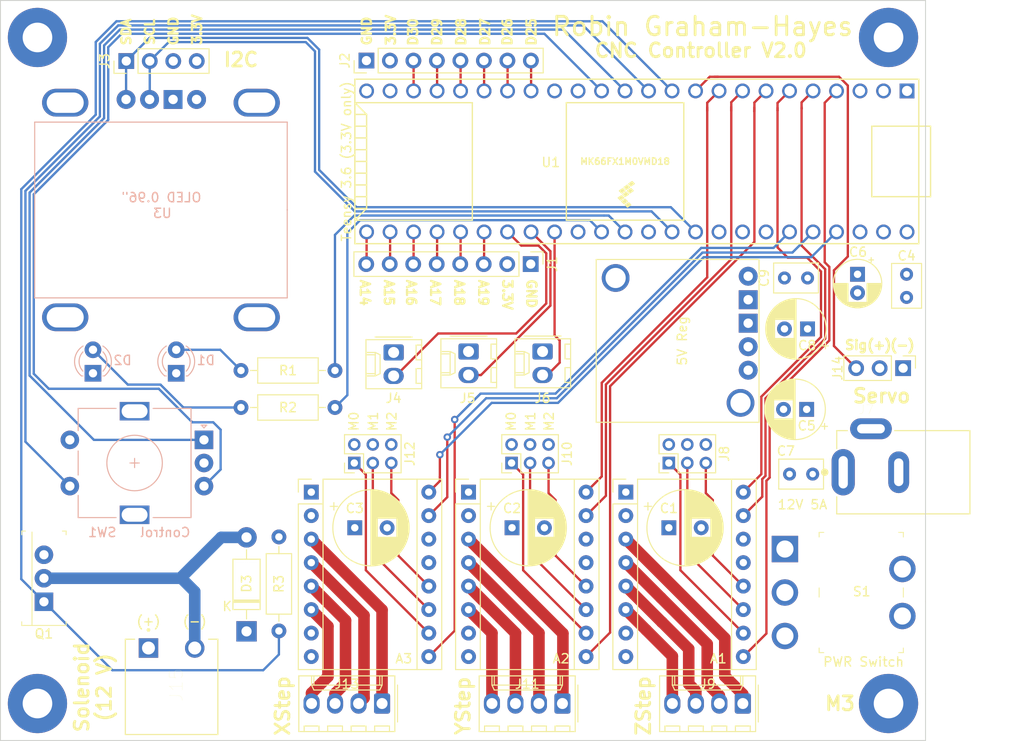
<source format=kicad_pcb>
(kicad_pcb (version 20171130) (host pcbnew "(5.1.6)-1")
  (layers (0 F.Cu signal) (1 In1.Cu signal hide) (2 In2.Cu signal hide) (31 B.Cu signal) (34 B.Paste user) (35 F.Paste user) (36 B.SilkS user) (37 F.SilkS user) (38 B.Mask user) (39 F.Mask user) (44 Edge.Cuts user))
  (net 0 "")
  (net 1 DIRECTION_1)
  (net 2 12_V)
  (net 3 STEP_1)
  (net 4 GND)
  (net 5 3.3_V)
  (net 6 "Net-(A1-Pad6)")
  (net 7 "Net-(A1-Pad5)")
  (net 8 "Net-(A1-Pad12)")
  (net 9 "Net-(A1-Pad4)")
  (net 10 "Net-(A1-Pad11)")
  (net 11 "Net-(A1-Pad3)")
  (net 12 "Net-(A1-Pad10)")
  (net 13 "Net-(A1-Pad2)")
  (net 14 ENABLE_1)
  (net 15 "Net-(A2-Pad6)")
  (net 16 "Net-(A2-Pad5)")
  (net 17 "Net-(A2-Pad12)")
  (net 18 "Net-(A2-Pad4)")
  (net 19 "Net-(A2-Pad11)")
  (net 20 "Net-(A2-Pad3)")
  (net 21 "Net-(A2-Pad10)")
  (net 22 "Net-(A2-Pad2)")
  (net 23 "Net-(A3-Pad6)")
  (net 24 "Net-(A3-Pad5)")
  (net 25 "Net-(A3-Pad12)")
  (net 26 "Net-(A3-Pad4)")
  (net 27 "Net-(A3-Pad11)")
  (net 28 "Net-(A3-Pad3)")
  (net 29 "Net-(A3-Pad10)")
  (net 30 "Net-(A3-Pad2)")
  (net 31 5_V)
  (net 32 "Net-(D1-Pad2)")
  (net 33 "Net-(D2-Pad2)")
  (net 34 "Net-(D3-Pad2)")
  (net 35 A14_TX5)
  (net 36 A15_RX5)
  (net 37 A16_PWM)
  (net 38 A17_PWM)
  (net 39 A18_PWM_SDL1)
  (net 40 A19_PWM_SDA1)
  (net 41 D25)
  (net 42 D27_RX1)
  (net 43 D28)
  (net 44 D29_PWM)
  (net 45 D30_PWM)
  (net 46 I2C_SCL)
  (net 47 I2C_SDA)
  (net 48 Limit_1)
  (net 49 Limit_2)
  (net 50 Limit_3)
  (net 51 Servo_PWM)
  (net 52 Solenoid)
  (net 53 Red_LED)
  (net 54 Green_LED)
  (net 55 "Net-(S1-Pad4)")
  (net 56 "Net-(S1-Pad3)")
  (net 57 Rot_A)
  (net 58 Rot_B)
  (net 59 Button)
  (net 60 "Net-(U1-Pad16)")
  (net 61 "Net-(U1-Pad15)")
  (net 62 "Net-(U1-Pad23)")
  (net 63 "Net-(U1-Pad24)")
  (net 64 DIRECTION_2)
  (net 65 STEP_2)
  (net 66 ENABLE_2)
  (net 67 "Net-(U1-Pad3)")
  (net 68 "Net-(U1-Pad2)")
  (net 69 "Net-(U1-Pad42)")
  (net 70 "Net-(U1-Pad45)")
  (net 71 "Net-(U1-Pad46)")
  (net 72 "Net-(U1-Pad47)")
  (net 73 ENABLE_3)
  (net 74 STEP_3)
  (net 75 DIRECTION_3)
  (net 76 "Net-(U2-Pad1)")
  (net 77 "Net-(J7-Pad3)")
  (net 78 D26_TX1)
  (net 79 "Net-(J7-Pad1)")
  (module CNC_Board:0.96_OLED (layer B.Cu) (at 108.5 96.5 180)
    (fp_text reference U3 (at 0 -0.5) (layer B.SilkS) (effects (justify mirror)))
    (fp_text value I2C_OLED_.96")
    (pad MP thru_hole oval (at 10.5 -11.75 180) (size 5 3) (drill oval 4 2.2) (layers *.Cu *.Mask))
    (pad MP thru_hole oval (at -10.2 -11.75 180) (size 5 3) (drill oval 4 2.2) (layers *.Cu *.Mask))
    (pad MP thru_hole oval (at 10.5 11.45 180) (size 5 3) (drill oval 4 2.2) (layers *.Cu *.Mask))
    (pad MP thru_hole oval (at -10.2 11.45 180) (size 5 3) (drill oval 4 2.2) (layers *.Cu *.Mask))
    (pad 4 thru_hole circle (at 3.92 11.8 180) (size 2.04 2.04) (drill 1.02) (layers *.Cu *.Mask) (net 47 I2C_SDA))
    (pad 3 thru_hole circle (at 1.38 11.8 180) (size 2.04 2.04) (drill 1.02) (layers *.Cu *.Mask) (net 46 I2C_SCL))
    (pad 2 thru_hole rect (at -1.16 11.8 180) (size 2.04 2.04) (drill 1.02) (layers *.Cu *.Mask) (net 4 GND))
    (pad 1 thru_hole circle (at -3.7 11.8 180) (size 2.04 2.04) (drill 1.02) (layers *.Cu *.Mask) (net 5 3.3_V))
  )
  (module CNC_Board:Teensy36_no_inside (layer F.Cu) (at 159.79 91.4 180)
    (fp_text reference U1 (at 9.3 -0.1) (layer F.SilkS))
    (fp_text value Teensy3.6)
    (fp_text user MK66FX1M0VMD18 (at 1.27 0) (layer F.SilkS) (effects (font (size 0.7 0.7))))
    (pad 17 thru_hole circle (at 11.43 7.62 180) (size 1.6 1.6) (drill 1.1) (layers *.Cu *.Mask) (net 41 D25))
    (pad 18 thru_hole circle (at 13.97 7.62 180) (size 1.6 1.6) (drill 1.1) (layers *.Cu *.Mask) (net 78 D26_TX1))
    (pad 19 thru_hole circle (at 16.51 7.62 180) (size 1.6 1.6) (drill 1.1) (layers *.Cu *.Mask) (net 42 D27_RX1))
    (pad 20 thru_hole circle (at 19.05 7.62 180) (size 1.6 1.6) (drill 1.1) (layers *.Cu *.Mask) (net 43 D28))
    (pad 16 thru_hole circle (at 8.89 7.62 180) (size 1.6 1.6) (drill 1.1) (layers *.Cu *.Mask) (net 60 "Net-(U1-Pad16)"))
    (pad 15 thru_hole circle (at 6.35 7.62 180) (size 1.6 1.6) (drill 1.1) (layers *.Cu *.Mask) (net 61 "Net-(U1-Pad15)"))
    (pad 14 thru_hole circle (at 3.81 7.62 180) (size 1.6 1.6) (drill 1.1) (layers *.Cu *.Mask) (net 58 Rot_B))
    (pad 21 thru_hole circle (at 21.59 7.62 180) (size 1.6 1.6) (drill 1.1) (layers *.Cu *.Mask) (net 44 D29_PWM))
    (pad 22 thru_hole circle (at 24.13 7.62 180) (size 1.6 1.6) (drill 1.1) (layers *.Cu *.Mask) (net 45 D30_PWM))
    (pad 23 thru_hole circle (at 26.67 7.62 180) (size 1.6 1.6) (drill 1.1) (layers *.Cu *.Mask) (net 62 "Net-(U1-Pad23)"))
    (pad 24 thru_hole circle (at 29.21 7.62 180) (size 1.6 1.6) (drill 1.1) (layers *.Cu *.Mask) (net 63 "Net-(U1-Pad24)"))
    (pad 30 thru_hole circle (at 29.21 -7.62 180) (size 1.6 1.6) (drill 1.1) (layers *.Cu *.Mask) (net 35 A14_TX5))
    (pad 31 thru_hole circle (at 26.67 -7.62 180) (size 1.6 1.6) (drill 1.1) (layers *.Cu *.Mask) (net 36 A15_RX5))
    (pad 32 thru_hole circle (at 24.13 -7.62 180) (size 1.6 1.6) (drill 1.1) (layers *.Cu *.Mask) (net 37 A16_PWM))
    (pad 33 thru_hole circle (at 21.59 -7.62 180) (size 1.6 1.6) (drill 1.1) (layers *.Cu *.Mask) (net 38 A17_PWM))
    (pad 34 thru_hole circle (at 19.05 -7.62 180) (size 1.6 1.6) (drill 1.1) (layers *.Cu *.Mask) (net 39 A18_PWM_SDL1))
    (pad 35 thru_hole circle (at 16.51 -7.62 180) (size 1.6 1.6) (drill 1.1) (layers *.Cu *.Mask) (net 40 A19_PWM_SDA1))
    (pad 36 thru_hole circle (at 13.97 -7.62 180) (size 1.6 1.6) (drill 1.1) (layers *.Cu *.Mask) (net 48 Limit_1))
    (pad 37 thru_hole circle (at 11.43 -7.62 180) (size 1.6 1.6) (drill 1.1) (layers *.Cu *.Mask) (net 49 Limit_2))
    (pad 13 thru_hole circle (at 1.27 7.62 180) (size 1.6 1.6) (drill 1.1) (layers *.Cu *.Mask) (net 57 Rot_A))
    (pad 12 thru_hole circle (at -1.27 7.62 180) (size 1.6 1.6) (drill 1.1) (layers *.Cu *.Mask) (net 59 Button))
    (pad 11 thru_hole circle (at -3.81 7.62 180) (size 1.6 1.6) (drill 1.1) (layers *.Cu *.Mask) (net 52 Solenoid))
    (pad 10 thru_hole circle (at -6.35 7.62 180) (size 1.6 1.6) (drill 1.1) (layers *.Cu *.Mask) (net 51 Servo_PWM))
    (pad 9 thru_hole circle (at -8.89 7.62 180) (size 1.6 1.6) (drill 1.1) (layers *.Cu *.Mask) (net 64 DIRECTION_2))
    (pad 8 thru_hole circle (at -11.43 7.62 180) (size 1.6 1.6) (drill 1.1) (layers *.Cu *.Mask) (net 65 STEP_2))
    (pad 7 thru_hole circle (at -13.97 7.62 180) (size 1.6 1.6) (drill 1.1) (layers *.Cu *.Mask) (net 66 ENABLE_2))
    (pad 6 thru_hole circle (at -16.51 7.62 180) (size 1.6 1.6) (drill 1.1) (layers *.Cu *.Mask) (net 1 DIRECTION_1))
    (pad 5 thru_hole circle (at -19.05 7.62 180) (size 1.6 1.6) (drill 1.1) (layers *.Cu *.Mask) (net 3 STEP_1))
    (pad 4 thru_hole circle (at -21.59 7.62 180) (size 1.6 1.6) (drill 1.1) (layers *.Cu *.Mask) (net 14 ENABLE_1))
    (pad 3 thru_hole circle (at -24.13 7.62 180) (size 1.6 1.6) (drill 1.1) (layers *.Cu *.Mask) (net 67 "Net-(U1-Pad3)"))
    (pad 2 thru_hole circle (at -26.67 7.62 180) (size 1.6 1.6) (drill 1.1) (layers *.Cu *.Mask) (net 68 "Net-(U1-Pad2)"))
    (pad 1 thru_hole rect (at -29.21 7.62 180) (size 1.6 1.6) (drill 1.1) (layers *.Cu *.Mask) (net 4 GND))
    (pad 38 thru_hole circle (at 8.89 -7.62 180) (size 1.6 1.6) (drill 1.1) (layers *.Cu *.Mask) (net 50 Limit_3))
    (pad 39 thru_hole circle (at 6.35 -7.62 180) (size 1.6 1.6) (drill 1.1) (layers *.Cu *.Mask) (net 4 GND))
    (pad 40 thru_hole circle (at 3.81 -7.62 180) (size 1.6 1.6) (drill 1.1) (layers *.Cu *.Mask) (net 54 Green_LED))
    (pad 41 thru_hole circle (at 1.27 -7.62 180) (size 1.6 1.6) (drill 1.1) (layers *.Cu *.Mask) (net 53 Red_LED))
    (pad 42 thru_hole circle (at -1.27 -7.62 180) (size 1.6 1.6) (drill 1.1) (layers *.Cu *.Mask) (net 69 "Net-(U1-Pad42)"))
    (pad 43 thru_hole circle (at -3.81 -7.62 180) (size 1.6 1.6) (drill 1.1) (layers *.Cu *.Mask) (net 46 I2C_SCL))
    (pad 44 thru_hole circle (at -6.35 -7.62 180) (size 1.6 1.6) (drill 1.1) (layers *.Cu *.Mask) (net 47 I2C_SDA))
    (pad 45 thru_hole circle (at -8.89 -7.62 180) (size 1.6 1.6) (drill 1.1) (layers *.Cu *.Mask) (net 70 "Net-(U1-Pad45)"))
    (pad 46 thru_hole circle (at -11.43 -7.62 180) (size 1.6 1.6) (drill 1.1) (layers *.Cu *.Mask) (net 71 "Net-(U1-Pad46)"))
    (pad 47 thru_hole circle (at -13.97 -7.62 180) (size 1.6 1.6) (drill 1.1) (layers *.Cu *.Mask) (net 72 "Net-(U1-Pad47)"))
    (pad 48 thru_hole circle (at -16.51 -7.62 180) (size 1.6 1.6) (drill 1.1) (layers *.Cu *.Mask) (net 73 ENABLE_3))
    (pad 49 thru_hole circle (at -19.05 -7.62 180) (size 1.6 1.6) (drill 1.1) (layers *.Cu *.Mask) (net 74 STEP_3))
    (pad 50 thru_hole circle (at -21.59 -7.62 180) (size 1.6 1.6) (drill 1.1) (layers *.Cu *.Mask) (net 75 DIRECTION_3))
    (pad 51 thru_hole circle (at -24.13 -7.62 180) (size 1.6 1.6) (drill 1.1) (layers *.Cu *.Mask) (net 5 3.3_V))
    (pad 52 thru_hole circle (at -26.67 -7.62 180) (size 1.6 1.6) (drill 1.1) (layers *.Cu *.Mask) (net 4 GND))
    (pad 53 thru_hole circle (at -29.21 -7.62 180) (size 1.6 1.6) (drill 1.1) (layers *.Cu *.Mask) (net 31 5_V))
  )
  (module CNC_Board:Pololu_5V_D24V25F5 (layer F.Cu) (at 164.2 110.8 90)
    (fp_text reference "5V Reg" (at 0 0.5 270) (layer F.SilkS))
    (fp_text value 5V_Buck_Conv)
    (pad M thru_hole circle (at -6.7 6.8 90) (size 3 3) (drill 2.18) (layers *.Cu *.Mask))
    (pad M thru_hole circle (at 6.8 -6.7 90) (size 3 3) (drill 2.18) (layers *.Cu *.Mask))
    (pad 5 thru_hole circle (at 6.99 7.63 90) (size 2.04 2.04) (drill 1.02) (layers *.Cu *.Mask) (net 31 5_V))
    (pad 4 thru_hole rect (at 4.45 7.63 90) (size 2.04 2.04) (drill 1.02) (layers *.Cu *.Mask) (net 4 GND))
    (pad 3 thru_hole rect (at 1.91 7.63 90) (size 2.04 2.04) (drill 1.02) (layers *.Cu *.Mask) (net 4 GND))
    (pad 2 thru_hole circle (at -0.63 7.63 90) (size 2.04 2.04) (drill 1.02) (layers *.Cu *.Mask) (net 2 12_V))
    (pad 1 thru_hole circle (at -3.17 7.63 90) (size 2.04 2.04) (drill 1.02) (layers *.Cu *.Mask) (net 76 "Net-(U2-Pad1)"))
  )
  (module MountingHole:MountingHole_3.2mm_M3_Pad (layer F.Cu) (at 95 78 180)
    (fp_text reference REF**)
    (fp_text value M3_Pad)
    (pad 1 thru_hole circle (at 0 0 180) (size 6.4 6.4) (drill 3.2) (layers *.Cu *.Mask))
  )
  (module MountingHole:MountingHole_3.2mm_M3_Pad (layer F.Cu) (at 95 150 180)
    (fp_text reference REF**)
    (fp_text value M3_Pad)
    (pad 1 thru_hole circle (at 0 0 180) (size 6.4 6.4) (drill 3.2) (layers *.Cu *.Mask))
  )
  (module MountingHole:MountingHole_3.2mm_M3_Pad (layer F.Cu) (at 187 78 180)
    (fp_text reference REF**)
    (fp_text value M3_Pad)
    (pad 1 thru_hole circle (at 0 0 180) (size 6.4 6.4) (drill 3.2) (layers *.Cu *.Mask))
  )
  (module MountingHole:MountingHole_3.2mm_M3_Pad (layer F.Cu) (at 187 150 180)
    (fp_text reference REF**)
    (fp_text value M3_Pad)
    (pad 1 thru_hole circle (at 0 0 180) (size 6.4 6.4) (drill 3.2) (layers *.Cu *.Mask))
  )
  (module Capacitor_THT:CP_Radial_D8.0mm_P3.50mm (layer F.Cu) (at 129.3 131)
    (fp_text reference C3 (at 0 -2.1) (layer F.SilkS))
    (fp_text value "100 uF")
    (pad 2 thru_hole circle (at 3.5 0) (size 1.6 1.6) (drill 0.8) (layers *.Cu *.Mask) (net 4 GND))
    (pad 1 thru_hole rect (at 0 0) (size 1.6 1.6) (drill 0.8) (layers *.Cu *.Mask) (net 2 12_V))
  )
  (module Capacitor_THT:CP_Radial_D8.0mm_P3.50mm (layer F.Cu) (at 146.3 131)
    (fp_text reference C2 (at 0 -2.1) (layer F.SilkS))
    (fp_text value "100 uF")
    (pad 2 thru_hole circle (at 3.5 0) (size 1.6 1.6) (drill 0.8) (layers *.Cu *.Mask) (net 4 GND))
    (pad 1 thru_hole rect (at 0 0) (size 1.6 1.6) (drill 0.8) (layers *.Cu *.Mask) (net 2 12_V))
  )
  (module Capacitor_THT:CP_Radial_D8.0mm_P3.50mm (layer F.Cu) (at 163.25 131)
    (fp_text reference C1 (at 0 -2.1) (layer F.SilkS))
    (fp_text value "100 uF")
    (pad 2 thru_hole circle (at 3.5 0) (size 1.6 1.6) (drill 0.8) (layers *.Cu *.Mask) (net 4 GND))
    (pad 1 thru_hole rect (at 0 0) (size 1.6 1.6) (drill 0.8) (layers *.Cu *.Mask) (net 2 12_V))
  )
  (module Rotary_Encoder:RotaryEncoder_Alps_EC11E-Switch_Vertical_H20mm (layer B.Cu) (at 113 121.5 180)
    (fp_text reference SW1 (at 11 -10) (layer B.SilkS) (effects (justify mirror)))
    (fp_text value Rotary_Encoder_Switch)
    (pad A thru_hole rect (at 0 0 180) (size 2 2) (drill 1) (layers *.Cu *.Mask) (net 57 Rot_A))
    (pad C thru_hole circle (at 0 -2.5 180) (size 2 2) (drill 1) (layers *.Cu *.Mask) (net 4 GND))
    (pad B thru_hole circle (at 0 -5 180) (size 2 2) (drill 1) (layers *.Cu *.Mask) (net 58 Rot_B))
    (pad MP thru_hole rect (at 7.5 3.1 180) (size 3.2 2) (drill oval 2.8 1.5) (layers *.Cu *.Mask))
    (pad MP thru_hole rect (at 7.5 -8.1 180) (size 3.2 2) (drill oval 2.8 1.5) (layers *.Cu *.Mask))
    (pad S2 thru_hole circle (at 14.5 0 180) (size 2 2) (drill 1) (layers *.Cu *.Mask) (net 4 GND))
    (pad S1 thru_hole circle (at 14.5 -5 180) (size 2 2) (drill 1) (layers *.Cu *.Mask) (net 59 Button))
  )
  (module digikey-footprints:Toggle_Switch_100SP1T2B4M6QE (layer F.Cu) (at 175.8 133.3 270)
    (fp_text reference S1 (at 4.6 -8.3) (layer F.SilkS))
    (fp_text value Power_Switch)
    (pad 4 thru_hole circle (at 7.24 -12.7 270) (size 2.85 2.85) (drill 1.85) (layers *.Cu *.Mask) (net 55 "Net-(S1-Pad4)"))
    (pad 4 thru_hole circle (at 2.16 -12.7 270) (size 2.85 2.85) (drill 1.85) (layers *.Cu *.Mask) (net 55 "Net-(S1-Pad4)"))
    (pad 3 thru_hole circle (at 9.4 0 270) (size 2.85 2.85) (drill 1.85) (layers *.Cu *.Mask) (net 56 "Net-(S1-Pad3)"))
    (pad 2 thru_hole circle (at 4.7 0 270) (size 2.85 2.85) (drill 1.85) (layers *.Cu *.Mask) (net 79 "Net-(J7-Pad1)"))
    (pad 1 thru_hole rect (at 0 0 270) (size 2.85 2.85) (drill 1.85) (layers *.Cu *.Mask) (net 2 12_V))
  )
  (module Resistor_THT:R_Axial_DIN0207_L6.3mm_D2.5mm_P10.16mm_Horizontal (layer F.Cu) (at 121.1 142.15 90)
    (fp_text reference R3 (at 5.08 0 90) (layer F.SilkS))
    (fp_text value 10K)
    (pad 2 thru_hole oval (at 10.16 0 90) (size 1.6 1.6) (drill 0.8) (layers *.Cu *.Mask) (net 4 GND))
    (pad 1 thru_hole circle (at 0 0 90) (size 1.6 1.6) (drill 0.8) (layers *.Cu *.Mask) (net 52 Solenoid))
  )
  (module Resistor_THT:R_Axial_DIN0207_L6.3mm_D2.5mm_P10.16mm_Horizontal (layer F.Cu) (at 117 118)
    (fp_text reference R2 (at 5.08 0) (layer F.SilkS))
    (fp_text value 100)
    (pad 2 thru_hole oval (at 10.16 0) (size 1.6 1.6) (drill 0.8) (layers *.Cu *.Mask) (net 54 Green_LED))
    (pad 1 thru_hole circle (at 0 0) (size 1.6 1.6) (drill 0.8) (layers *.Cu *.Mask) (net 33 "Net-(D2-Pad2)"))
  )
  (module Resistor_THT:R_Axial_DIN0207_L6.3mm_D2.5mm_P10.16mm_Horizontal (layer F.Cu) (at 117 114)
    (fp_text reference R1 (at 5.08 0 180) (layer F.SilkS))
    (fp_text value 100)
    (pad 2 thru_hole oval (at 10.16 0) (size 1.6 1.6) (drill 0.8) (layers *.Cu *.Mask) (net 53 Red_LED))
    (pad 1 thru_hole circle (at 0 0) (size 1.6 1.6) (drill 0.8) (layers *.Cu *.Mask) (net 32 "Net-(D1-Pad2)"))
  )
  (module digikey-footprints:TO-220-3 (layer F.Cu) (at 95.7 139 90)
    (fp_text reference Q1 (at -3.46 0 180) (layer F.SilkS))
    (fp_text value IRLB8721PBF)
    (pad 3 thru_hole circle (at 5.08 0 90) (size 2 2) (drill 1) (layers *.Cu *.Mask) (net 4 GND))
    (pad 2 thru_hole circle (at 2.54 0 90) (size 2 2) (drill 1) (layers *.Cu *.Mask) (net 34 "Net-(D3-Pad2)"))
    (pad 1 thru_hole rect (at 0 0 90) (size 2 2) (drill 1) (layers *.Cu *.Mask) (net 52 Solenoid))
  )
  (module Connector_PinHeader_2.54mm:PinHeader_1x03_P2.54mm_Vertical (layer F.Cu) (at 188.58 113.75 270)
    (fp_text reference J14 (at 0 7.08 90) (layer F.SilkS))
    (fp_text value Servo_Conn)
    (pad 3 thru_hole oval (at 0 5.08 270) (size 1.7 1.7) (drill 1) (layers *.Cu *.Mask) (net 51 Servo_PWM))
    (pad 2 thru_hole oval (at 0 2.54 270) (size 1.7 1.7) (drill 1) (layers *.Cu *.Mask) (net 31 5_V))
    (pad 1 thru_hole rect (at 0 0 270) (size 1.7 1.7) (drill 1) (layers *.Cu *.Mask) (net 4 GND))
  )
  (module Connector_Molex:Molex_KK-254_AE-6410-04A_1x04_P2.54mm_Vertical (layer F.Cu) (at 132.25 150 180)
    (fp_text reference J13 (at 3.8 2.1) (layer F.SilkS))
    (fp_text value Stepper_Conn)
    (pad 4 thru_hole oval (at 7.62 0 180) (size 1.74 2.19) (drill 1.19) (layers *.Cu *.Mask) (net 23 "Net-(A3-Pad6)"))
    (pad 3 thru_hole oval (at 5.08 0 180) (size 1.74 2.19) (drill 1.19) (layers *.Cu *.Mask) (net 24 "Net-(A3-Pad5)"))
    (pad 2 thru_hole oval (at 2.54 0 180) (size 1.74 2.19) (drill 1.19) (layers *.Cu *.Mask) (net 26 "Net-(A3-Pad4)"))
    (pad 1 thru_hole roundrect (at 0 0 180) (size 1.74 2.19) (drill 1.19) (layers *.Cu *.Mask) (roundrect_rratio 0.143678) (net 28 "Net-(A3-Pad3)"))
  )
  (module digikey-footprints:Terminal_CUI_TB003V-500-P02BE (layer F.Cu) (at 107 144)
    (fp_text reference J15 (at 3 4 270) (layer F.SilkS) (effects (font (size 1.4 1.4) (thickness 0.015))))
    (fp_text value Solenoid)
    (pad 2 thru_hole circle (at 5 0) (size 2.1 2.1) (drill 1.4) (layers *.Cu *.Mask) (net 34 "Net-(D3-Pad2)"))
    (pad 1 thru_hole rect (at 0 0) (size 2.1 2.1) (drill 1.4) (layers *.Cu *.Mask) (net 2 12_V))
  )
  (module Connector_PinHeader_2.00mm:PinHeader_2x03_P2.00mm_Vertical (layer F.Cu) (at 129.25 124 90)
    (fp_text reference J12 (at 1 6 90) (layer F.SilkS))
    (fp_text value Micro_Stepping)
    (pad 6 thru_hole oval (at 2 4 90) (size 1.35 1.35) (drill 0.8) (layers *.Cu *.Mask) (net 5 3.3_V))
    (pad 5 thru_hole oval (at 0 4 90) (size 1.35 1.35) (drill 0.8) (layers *.Cu *.Mask) (net 25 "Net-(A3-Pad12)"))
    (pad 4 thru_hole oval (at 2 2 90) (size 1.35 1.35) (drill 0.8) (layers *.Cu *.Mask) (net 5 3.3_V))
    (pad 3 thru_hole oval (at 0 2 90) (size 1.35 1.35) (drill 0.8) (layers *.Cu *.Mask) (net 27 "Net-(A3-Pad11)"))
    (pad 2 thru_hole oval (at 2 0 90) (size 1.35 1.35) (drill 0.8) (layers *.Cu *.Mask) (net 5 3.3_V))
    (pad 1 thru_hole rect (at 0 0 90) (size 1.35 1.35) (drill 0.8) (layers *.Cu *.Mask) (net 29 "Net-(A3-Pad10)"))
  )
  (module Connector_Molex:Molex_KK-254_AE-6410-04A_1x04_P2.54mm_Vertical (layer F.Cu) (at 151.75 150 180)
    (fp_text reference J11 (at 3.8 2.1) (layer F.SilkS))
    (fp_text value Stepper_Conn)
    (pad 4 thru_hole oval (at 7.62 0 180) (size 1.74 2.19) (drill 1.19) (layers *.Cu *.Mask) (net 15 "Net-(A2-Pad6)"))
    (pad 3 thru_hole oval (at 5.08 0 180) (size 1.74 2.19) (drill 1.19) (layers *.Cu *.Mask) (net 16 "Net-(A2-Pad5)"))
    (pad 2 thru_hole oval (at 2.54 0 180) (size 1.74 2.19) (drill 1.19) (layers *.Cu *.Mask) (net 18 "Net-(A2-Pad4)"))
    (pad 1 thru_hole roundrect (at 0 0 180) (size 1.74 2.19) (drill 1.19) (layers *.Cu *.Mask) (roundrect_rratio 0.143678) (net 20 "Net-(A2-Pad3)"))
  )
  (module Connector_PinHeader_2.00mm:PinHeader_2x03_P2.00mm_Vertical (layer F.Cu) (at 146.25 124 90)
    (fp_text reference J10 (at 1 6 90) (layer F.SilkS))
    (fp_text value Micro_Stepping)
    (pad 6 thru_hole oval (at 2 4 90) (size 1.35 1.35) (drill 0.8) (layers *.Cu *.Mask) (net 5 3.3_V))
    (pad 5 thru_hole oval (at 0 4 90) (size 1.35 1.35) (drill 0.8) (layers *.Cu *.Mask) (net 17 "Net-(A2-Pad12)"))
    (pad 4 thru_hole oval (at 2 2 90) (size 1.35 1.35) (drill 0.8) (layers *.Cu *.Mask) (net 5 3.3_V))
    (pad 3 thru_hole oval (at 0 2 90) (size 1.35 1.35) (drill 0.8) (layers *.Cu *.Mask) (net 19 "Net-(A2-Pad11)"))
    (pad 2 thru_hole oval (at 2 0 90) (size 1.35 1.35) (drill 0.8) (layers *.Cu *.Mask) (net 5 3.3_V))
    (pad 1 thru_hole rect (at 0 0 90) (size 1.35 1.35) (drill 0.8) (layers *.Cu *.Mask) (net 21 "Net-(A2-Pad10)"))
  )
  (module Connector_Molex:Molex_KK-254_AE-6410-04A_1x04_P2.54mm_Vertical (layer F.Cu) (at 171.25 150 180)
    (fp_text reference J9 (at 3.8 2.1) (layer F.SilkS))
    (fp_text value Stepper_Conn)
    (pad 4 thru_hole oval (at 7.62 0 180) (size 1.74 2.19) (drill 1.19) (layers *.Cu *.Mask) (net 6 "Net-(A1-Pad6)"))
    (pad 3 thru_hole oval (at 5.08 0 180) (size 1.74 2.19) (drill 1.19) (layers *.Cu *.Mask) (net 7 "Net-(A1-Pad5)"))
    (pad 2 thru_hole oval (at 2.54 0 180) (size 1.74 2.19) (drill 1.19) (layers *.Cu *.Mask) (net 9 "Net-(A1-Pad4)"))
    (pad 1 thru_hole roundrect (at 0 0 180) (size 1.74 2.19) (drill 1.19) (layers *.Cu *.Mask) (roundrect_rratio 0.143678) (net 11 "Net-(A1-Pad3)"))
  )
  (module Connector_PinHeader_2.00mm:PinHeader_2x03_P2.00mm_Vertical (layer F.Cu) (at 163.25 124 90)
    (fp_text reference J8 (at 1 6 90) (layer F.SilkS))
    (fp_text value Micro_Stepping)
    (pad 6 thru_hole oval (at 2 4 90) (size 1.35 1.35) (drill 0.8) (layers *.Cu *.Mask) (net 5 3.3_V))
    (pad 5 thru_hole oval (at 0 4 90) (size 1.35 1.35) (drill 0.8) (layers *.Cu *.Mask) (net 8 "Net-(A1-Pad12)"))
    (pad 4 thru_hole oval (at 2 2 90) (size 1.35 1.35) (drill 0.8) (layers *.Cu *.Mask) (net 5 3.3_V))
    (pad 3 thru_hole oval (at 0 2 90) (size 1.35 1.35) (drill 0.8) (layers *.Cu *.Mask) (net 10 "Net-(A1-Pad11)"))
    (pad 2 thru_hole oval (at 2 0 90) (size 1.35 1.35) (drill 0.8) (layers *.Cu *.Mask) (net 5 3.3_V))
    (pad 1 thru_hole rect (at 0 0 90) (size 1.35 1.35) (drill 0.8) (layers *.Cu *.Mask) (net 12 "Net-(A1-Pad10)"))
  )
  (module digikey-footprints:Barrel_Jack_CUI_PJ-002AH (layer F.Cu) (at 182.1 125)
    (fp_text reference J7 (at 2.485118 -6.76532) (layer F.SilkS) (effects (font (size 1.000047 1.000047) (thickness 0.015))))
    (fp_text value Barrel_Jack_Switch)
    (pad 3 thru_hole oval (at 3 -4.7) (size 4.5 2.25) (drill oval 3 1) (layers *.Cu *.Mask) (net 77 "Net-(J7-Pad3)"))
    (pad 2 thru_hole oval (at 6 0) (size 2.25 4.5) (drill oval 1 3) (layers *.Cu *.Mask) (net 4 GND))
    (pad 1 thru_hole oval (at 0 0) (size 2.5 5) (drill oval 1 3.5) (layers *.Cu *.Mask) (net 79 "Net-(J7-Pad1)"))
  )
  (module Connector_Molex:Molex_KK-254_AE-6410-02A_1x02_P2.54mm_Vertical (layer F.Cu) (at 149.6 111.95 270)
    (fp_text reference J6 (at 5.05 0 180) (layer F.SilkS))
    (fp_text value Limit_Switch_Conn)
    (pad 2 thru_hole oval (at 2.54 0 270) (size 1.74 2.19) (drill 1.19) (layers *.Cu *.Mask) (net 50 Limit_3))
    (pad 1 thru_hole roundrect (at 0 0 270) (size 1.74 2.19) (drill 1.19) (layers *.Cu *.Mask) (roundrect_rratio 0.143678) (net 4 GND))
  )
  (module Connector_Molex:Molex_KK-254_AE-6410-02A_1x02_P2.54mm_Vertical (layer F.Cu) (at 141.6 111.95 270)
    (fp_text reference J5 (at 5.05 0.1 180) (layer F.SilkS))
    (fp_text value Limit_Switch_Conn)
    (pad 2 thru_hole oval (at 2.54 0 270) (size 1.74 2.19) (drill 1.19) (layers *.Cu *.Mask) (net 49 Limit_2))
    (pad 1 thru_hole roundrect (at 0 0 270) (size 1.74 2.19) (drill 1.19) (layers *.Cu *.Mask) (roundrect_rratio 0.143678) (net 4 GND))
  )
  (module Connector_Molex:Molex_KK-254_AE-6410-02A_1x02_P2.54mm_Vertical (layer F.Cu) (at 133.5 112.05 270)
    (fp_text reference J4 (at 4.95 0 180) (layer F.SilkS))
    (fp_text value Limit_Switch_Conn)
    (pad 2 thru_hole oval (at 2.54 0 270) (size 1.74 2.19) (drill 1.19) (layers *.Cu *.Mask) (net 48 Limit_1))
    (pad 1 thru_hole roundrect (at 0 0 270) (size 1.74 2.19) (drill 1.19) (layers *.Cu *.Mask) (roundrect_rratio 0.143678) (net 4 GND))
  )
  (module Connector_PinHeader_2.54mm:PinHeader_1x04_P2.54mm_Vertical (layer F.Cu) (at 104.6 80.55 90)
    (fp_text reference J3 (at 0 -2.33 90) (layer F.SilkS))
    (fp_text value I2C_Conn)
    (pad 4 thru_hole oval (at 0 7.62 90) (size 1.7 1.7) (drill 1) (layers *.Cu *.Mask) (net 5 3.3_V))
    (pad 3 thru_hole oval (at 0 5.08 90) (size 1.7 1.7) (drill 1) (layers *.Cu *.Mask) (net 4 GND))
    (pad 2 thru_hole oval (at 0 2.54 90) (size 1.7 1.7) (drill 1) (layers *.Cu *.Mask) (net 46 I2C_SCL))
    (pad 1 thru_hole rect (at 0 0 90) (size 1.7 1.7) (drill 1) (layers *.Cu *.Mask) (net 47 I2C_SDA))
  )
  (module Connector_PinHeader_2.54mm:PinHeader_1x08_P2.54mm_Vertical (layer F.Cu) (at 130.56 80.5 90)
    (fp_text reference J2 (at 0 -2.33 270) (layer F.SilkS))
    (fp_text value Digital_Conn)
    (pad 8 thru_hole oval (at 0 17.78 90) (size 1.7 1.7) (drill 1) (layers *.Cu *.Mask) (net 41 D25))
    (pad 7 thru_hole oval (at 0 15.24 90) (size 1.7 1.7) (drill 1) (layers *.Cu *.Mask) (net 78 D26_TX1))
    (pad 6 thru_hole oval (at 0 12.7 90) (size 1.7 1.7) (drill 1) (layers *.Cu *.Mask) (net 42 D27_RX1))
    (pad 5 thru_hole oval (at 0 10.16 90) (size 1.7 1.7) (drill 1) (layers *.Cu *.Mask) (net 43 D28))
    (pad 4 thru_hole oval (at 0 7.62 90) (size 1.7 1.7) (drill 1) (layers *.Cu *.Mask) (net 44 D29_PWM))
    (pad 3 thru_hole oval (at 0 5.08 90) (size 1.7 1.7) (drill 1) (layers *.Cu *.Mask) (net 45 D30_PWM))
    (pad 2 thru_hole oval (at 0 2.54 90) (size 1.7 1.7) (drill 1) (layers *.Cu *.Mask) (net 5 3.3_V))
    (pad 1 thru_hole rect (at 0 0 90) (size 1.7 1.7) (drill 1) (layers *.Cu *.Mask) (net 4 GND))
  )
  (module Connector_PinHeader_2.54mm:PinHeader_1x08_P2.54mm_Vertical (layer F.Cu) (at 148.32 102.5 270)
    (fp_text reference J1 (at 0 -2.33 270) (layer F.SilkS))
    (fp_text value Analog_Conn)
    (pad 8 thru_hole oval (at 0 17.78 270) (size 1.7 1.7) (drill 1) (layers *.Cu *.Mask) (net 35 A14_TX5))
    (pad 7 thru_hole oval (at 0 15.24 270) (size 1.7 1.7) (drill 1) (layers *.Cu *.Mask) (net 36 A15_RX5))
    (pad 6 thru_hole oval (at 0 12.7 270) (size 1.7 1.7) (drill 1) (layers *.Cu *.Mask) (net 37 A16_PWM))
    (pad 5 thru_hole oval (at 0 10.16 270) (size 1.7 1.7) (drill 1) (layers *.Cu *.Mask) (net 38 A17_PWM))
    (pad 4 thru_hole oval (at 0 7.62 270) (size 1.7 1.7) (drill 1) (layers *.Cu *.Mask) (net 39 A18_PWM_SDL1))
    (pad 3 thru_hole oval (at 0 5.08 270) (size 1.7 1.7) (drill 1) (layers *.Cu *.Mask) (net 40 A19_PWM_SDA1))
    (pad 2 thru_hole oval (at 0 2.54 270) (size 1.7 1.7) (drill 1) (layers *.Cu *.Mask) (net 5 3.3_V))
    (pad 1 thru_hole rect (at 0 0 270) (size 1.7 1.7) (drill 1) (layers *.Cu *.Mask) (net 4 GND))
  )
  (module Diode_THT:D_DO-41_SOD81_P10.16mm_Horizontal (layer F.Cu) (at 117.6 142.2 90)
    (fp_text reference D3 (at 5.16 0 90) (layer F.SilkS))
    (fp_text value 1N4004)
    (fp_text user K (at 2.7 -2.1 180) (layer F.SilkS))
    (pad 2 thru_hole oval (at 10.16 0 90) (size 2.2 2.2) (drill 1.1) (layers *.Cu *.Mask) (net 34 "Net-(D3-Pad2)"))
    (pad 1 thru_hole rect (at 0 0 90) (size 2.2 2.2) (drill 1.1) (layers *.Cu *.Mask) (net 2 12_V))
  )
  (module LED_THT:LED_D3.0mm (layer B.Cu) (at 101 114.3 90)
    (fp_text reference D2 (at 1.4 3.2) (layer B.SilkS) (effects (justify mirror)))
    (fp_text value LED)
    (pad 2 thru_hole circle (at 2.54 0 90) (size 1.8 1.8) (drill 0.9) (layers *.Cu *.Mask) (net 33 "Net-(D2-Pad2)"))
    (pad 1 thru_hole rect (at 0 0 90) (size 1.8 1.8) (drill 0.9) (layers *.Cu *.Mask) (net 4 GND))
  )
  (module LED_THT:LED_D3.0mm (layer B.Cu) (at 110 114.3 90)
    (fp_text reference D1 (at 1.4 3.2 180) (layer B.SilkS) (effects (justify mirror)))
    (fp_text value LED)
    (pad 2 thru_hole circle (at 2.54 0 90) (size 1.8 1.8) (drill 0.9) (layers *.Cu *.Mask) (net 32 "Net-(D1-Pad2)"))
    (pad 1 thru_hole rect (at 0 0 90) (size 1.8 1.8) (drill 0.9) (layers *.Cu *.Mask) (net 4 GND))
  )
  (module Capacitor_THT:C_Rect_L4.6mm_W3.0mm_P2.50mm_MKS02_FKP02 (layer F.Cu) (at 178.25 104 180)
    (fp_text reference C9 (at 4.7 0 90) (layer F.SilkS))
    (fp_text value "0.1 uF")
    (pad 2 thru_hole circle (at 2.5 0 180) (size 1.4 1.4) (drill 0.7) (layers *.Cu *.Mask) (net 4 GND))
    (pad 1 thru_hole circle (at 0 0 180) (size 1.4 1.4) (drill 0.7) (layers *.Cu *.Mask) (net 31 5_V))
  )
  (module Capacitor_THT:CP_Radial_D6.3mm_P2.50mm (layer F.Cu) (at 178.25 109.5 180)
    (fp_text reference C8 (at 0.05 -1.8 180) (layer F.SilkS))
    (fp_text value "100 uF")
    (pad 2 thru_hole circle (at 2.5 0 180) (size 1.6 1.6) (drill 0.8) (layers *.Cu *.Mask) (net 4 GND))
    (pad 1 thru_hole rect (at 0 0 180) (size 1.6 1.6) (drill 0.8) (layers *.Cu *.Mask) (net 31 5_V))
  )
  (module Capacitor_THT:C_Rect_L4.6mm_W3.0mm_P2.50mm_MKS02_FKP02 (layer F.Cu) (at 178.8 125.2 180)
    (fp_text reference C7 (at 2.9 2.5) (layer F.SilkS))
    (fp_text value "0.1 uF")
    (pad 2 thru_hole circle (at 2.5 0 180) (size 1.4 1.4) (drill 0.7) (layers *.Cu *.Mask) (net 4 GND))
    (pad 1 thru_hole circle (at 0 0 180) (size 1.4 1.4) (drill 0.7) (layers *.Cu *.Mask) (net 2 12_V))
  )
  (module Capacitor_THT:CP_Radial_D5.0mm_P2.00mm (layer F.Cu) (at 183.65 103.6 270)
    (fp_text reference C6 (at -2.4 -0.05 180) (layer F.SilkS))
    (fp_text value "10 uF")
    (pad 2 thru_hole circle (at 2 0 270) (size 1.6 1.6) (drill 0.8) (layers *.Cu *.Mask) (net 4 GND))
    (pad 1 thru_hole rect (at 0 0 270) (size 1.6 1.6) (drill 0.8) (layers *.Cu *.Mask) (net 31 5_V))
  )
  (module Capacitor_THT:CP_Radial_D6.3mm_P2.50mm (layer F.Cu) (at 178.15 118.2 180)
    (fp_text reference C5 (at 0 -1.775001) (layer F.SilkS))
    (fp_text value "100 uF")
    (pad 2 thru_hole circle (at 2.5 0 180) (size 1.6 1.6) (drill 0.8) (layers *.Cu *.Mask) (net 4 GND))
    (pad 1 thru_hole rect (at 0 0 180) (size 1.6 1.6) (drill 0.8) (layers *.Cu *.Mask) (net 2 12_V))
  )
  (module Capacitor_THT:C_Rect_L4.6mm_W3.0mm_P2.50mm_MKS02_FKP02 (layer F.Cu) (at 188.95 103.6 270)
    (fp_text reference C4 (at -2 0 180) (layer F.SilkS))
    (fp_text value "0.1 uF")
    (pad 2 thru_hole circle (at 2.5 0 270) (size 1.4 1.4) (drill 0.7) (layers *.Cu *.Mask) (net 4 GND))
    (pad 1 thru_hole circle (at 0 0 270) (size 1.4 1.4) (drill 0.7) (layers *.Cu *.Mask) (net 31 5_V))
  )
  (module Module:Pololu_Breakout-16_15.2x20.3mm (layer F.Cu) (at 124.6 127.15)
    (fp_text reference A3 (at 10 18 180) (layer F.SilkS))
    (fp_text value Pololu_Breakout_DRV8825)
    (pad 16 thru_hole oval (at 12.7 0) (size 1.6 1.6) (drill 0.8) (layers *.Cu *.Mask) (net 75 DIRECTION_3))
    (pad 8 thru_hole oval (at 0 17.78) (size 1.6 1.6) (drill 0.8) (layers *.Cu *.Mask) (net 2 12_V))
    (pad 15 thru_hole oval (at 12.7 2.54) (size 1.6 1.6) (drill 0.8) (layers *.Cu *.Mask) (net 74 STEP_3))
    (pad 7 thru_hole oval (at 0 15.24) (size 1.6 1.6) (drill 0.8) (layers *.Cu *.Mask) (net 4 GND))
    (pad 14 thru_hole oval (at 12.7 5.08) (size 1.6 1.6) (drill 0.8) (layers *.Cu *.Mask) (net 5 3.3_V))
    (pad 6 thru_hole oval (at 0 12.7) (size 1.6 1.6) (drill 0.8) (layers *.Cu *.Mask) (net 23 "Net-(A3-Pad6)"))
    (pad 13 thru_hole oval (at 12.7 7.62) (size 1.6 1.6) (drill 0.8) (layers *.Cu *.Mask) (net 5 3.3_V))
    (pad 5 thru_hole oval (at 0 10.16) (size 1.6 1.6) (drill 0.8) (layers *.Cu *.Mask) (net 24 "Net-(A3-Pad5)"))
    (pad 12 thru_hole oval (at 12.7 10.16) (size 1.6 1.6) (drill 0.8) (layers *.Cu *.Mask) (net 25 "Net-(A3-Pad12)"))
    (pad 4 thru_hole oval (at 0 7.62) (size 1.6 1.6) (drill 0.8) (layers *.Cu *.Mask) (net 26 "Net-(A3-Pad4)"))
    (pad 11 thru_hole oval (at 12.7 12.7) (size 1.6 1.6) (drill 0.8) (layers *.Cu *.Mask) (net 27 "Net-(A3-Pad11)"))
    (pad 3 thru_hole oval (at 0 5.08) (size 1.6 1.6) (drill 0.8) (layers *.Cu *.Mask) (net 28 "Net-(A3-Pad3)"))
    (pad 10 thru_hole oval (at 12.7 15.24) (size 1.6 1.6) (drill 0.8) (layers *.Cu *.Mask) (net 29 "Net-(A3-Pad10)"))
    (pad 2 thru_hole oval (at 0 2.54) (size 1.6 1.6) (drill 0.8) (layers *.Cu *.Mask) (net 30 "Net-(A3-Pad2)"))
    (pad 9 thru_hole oval (at 12.7 17.78) (size 1.6 1.6) (drill 0.8) (layers *.Cu *.Mask) (net 73 ENABLE_3))
    (pad 1 thru_hole rect (at 0 0) (size 1.6 1.6) (drill 0.8) (layers *.Cu *.Mask) (net 4 GND))
  )
  (module Module:Pololu_Breakout-16_15.2x20.3mm (layer F.Cu) (at 141.6 127.15)
    (fp_text reference A2 (at 10 18 180) (layer F.SilkS))
    (fp_text value Pololu_Breakout_DRV8825)
    (pad 16 thru_hole oval (at 12.7 0) (size 1.6 1.6) (drill 0.8) (layers *.Cu *.Mask) (net 64 DIRECTION_2))
    (pad 8 thru_hole oval (at 0 17.78) (size 1.6 1.6) (drill 0.8) (layers *.Cu *.Mask) (net 2 12_V))
    (pad 15 thru_hole oval (at 12.7 2.54) (size 1.6 1.6) (drill 0.8) (layers *.Cu *.Mask) (net 65 STEP_2))
    (pad 7 thru_hole oval (at 0 15.24) (size 1.6 1.6) (drill 0.8) (layers *.Cu *.Mask) (net 4 GND))
    (pad 14 thru_hole oval (at 12.7 5.08) (size 1.6 1.6) (drill 0.8) (layers *.Cu *.Mask) (net 5 3.3_V))
    (pad 6 thru_hole oval (at 0 12.7) (size 1.6 1.6) (drill 0.8) (layers *.Cu *.Mask) (net 15 "Net-(A2-Pad6)"))
    (pad 13 thru_hole oval (at 12.7 7.62) (size 1.6 1.6) (drill 0.8) (layers *.Cu *.Mask) (net 5 3.3_V))
    (pad 5 thru_hole oval (at 0 10.16) (size 1.6 1.6) (drill 0.8) (layers *.Cu *.Mask) (net 16 "Net-(A2-Pad5)"))
    (pad 12 thru_hole oval (at 12.7 10.16) (size 1.6 1.6) (drill 0.8) (layers *.Cu *.Mask) (net 17 "Net-(A2-Pad12)"))
    (pad 4 thru_hole oval (at 0 7.62) (size 1.6 1.6) (drill 0.8) (layers *.Cu *.Mask) (net 18 "Net-(A2-Pad4)"))
    (pad 11 thru_hole oval (at 12.7 12.7) (size 1.6 1.6) (drill 0.8) (layers *.Cu *.Mask) (net 19 "Net-(A2-Pad11)"))
    (pad 3 thru_hole oval (at 0 5.08) (size 1.6 1.6) (drill 0.8) (layers *.Cu *.Mask) (net 20 "Net-(A2-Pad3)"))
    (pad 10 thru_hole oval (at 12.7 15.24) (size 1.6 1.6) (drill 0.8) (layers *.Cu *.Mask) (net 21 "Net-(A2-Pad10)"))
    (pad 2 thru_hole oval (at 0 2.54) (size 1.6 1.6) (drill 0.8) (layers *.Cu *.Mask) (net 22 "Net-(A2-Pad2)"))
    (pad 9 thru_hole oval (at 12.7 17.78) (size 1.6 1.6) (drill 0.8) (layers *.Cu *.Mask) (net 66 ENABLE_2))
    (pad 1 thru_hole rect (at 0 0) (size 1.6 1.6) (drill 0.8) (layers *.Cu *.Mask) (net 4 GND))
  )
  (module Module:Pololu_Breakout-16_15.2x20.3mm (layer F.Cu) (at 158.6 127.15)
    (fp_text reference A1 (at 10 18 180) (layer F.SilkS))
    (fp_text value Pololu_Breakout_DRV8825)
    (pad 16 thru_hole oval (at 12.7 0) (size 1.6 1.6) (drill 0.8) (layers *.Cu *.Mask) (net 1 DIRECTION_1))
    (pad 8 thru_hole oval (at 0 17.78) (size 1.6 1.6) (drill 0.8) (layers *.Cu *.Mask) (net 2 12_V))
    (pad 15 thru_hole oval (at 12.7 2.54) (size 1.6 1.6) (drill 0.8) (layers *.Cu *.Mask) (net 3 STEP_1))
    (pad 7 thru_hole oval (at 0 15.24) (size 1.6 1.6) (drill 0.8) (layers *.Cu *.Mask) (net 4 GND))
    (pad 14 thru_hole oval (at 12.7 5.08) (size 1.6 1.6) (drill 0.8) (layers *.Cu *.Mask) (net 5 3.3_V))
    (pad 6 thru_hole oval (at 0 12.7) (size 1.6 1.6) (drill 0.8) (layers *.Cu *.Mask) (net 6 "Net-(A1-Pad6)"))
    (pad 13 thru_hole oval (at 12.7 7.62) (size 1.6 1.6) (drill 0.8) (layers *.Cu *.Mask) (net 5 3.3_V))
    (pad 5 thru_hole oval (at 0 10.16) (size 1.6 1.6) (drill 0.8) (layers *.Cu *.Mask) (net 7 "Net-(A1-Pad5)"))
    (pad 12 thru_hole oval (at 12.7 10.16) (size 1.6 1.6) (drill 0.8) (layers *.Cu *.Mask) (net 8 "Net-(A1-Pad12)"))
    (pad 4 thru_hole oval (at 0 7.62) (size 1.6 1.6) (drill 0.8) (layers *.Cu *.Mask) (net 9 "Net-(A1-Pad4)"))
    (pad 11 thru_hole oval (at 12.7 12.7) (size 1.6 1.6) (drill 0.8) (layers *.Cu *.Mask) (net 10 "Net-(A1-Pad11)"))
    (pad 3 thru_hole oval (at 0 5.08) (size 1.6 1.6) (drill 0.8) (layers *.Cu *.Mask) (net 11 "Net-(A1-Pad3)"))
    (pad 10 thru_hole oval (at 12.7 15.24) (size 1.6 1.6) (drill 0.8) (layers *.Cu *.Mask) (net 12 "Net-(A1-Pad10)"))
    (pad 2 thru_hole oval (at 0 2.54) (size 1.6 1.6) (drill 0.8) (layers *.Cu *.Mask) (net 13 "Net-(A1-Pad2)"))
    (pad 9 thru_hole oval (at 12.7 17.78) (size 1.6 1.6) (drill 0.8) (layers *.Cu *.Mask) (net 14 ENABLE_1))
    (pad 1 thru_hole rect (at 0 0) (size 1.6 1.6) (drill 0.8) (layers *.Cu *.Mask) (net 4 GND))
  )
  (gr_text "12V 5A" (at 177.7 128.5) (layer F.SilkS) (effects (font (size 1 1))))
  (gr_text "PWR Switch" (at 184.3 145.5) (layer F.SilkS) (effects (font (size 1 1))))
  (gr_text Control (at 108.8 131.5) (layer B.SilkS) (effects (font (size 1 1)) (justify mirror)))
  (gr_text "OLED 0.96\"" (at 108.4 95.3) (layer B.SilkS) (effects (font (size 1 1)) (justify mirror)))
  (gr_text M2 (at 133.3 119.5 90) (layer F.SilkS) (effects (font (size 1 1))))
  (gr_text M0 (at 129.2 119.5 90) (layer F.SilkS) (effects (font (size 1 1))))
  (gr_text M1 (at 131.3 119.5 90) (layer F.SilkS) (effects (font (size 1 1))))
  (gr_text M2 (at 150.3 119.5 90) (layer F.SilkS) (effects (font (size 1 1))))
  (gr_text M1 (at 148.3 119.5 90) (layer F.SilkS) (effects (font (size 1 1))))
  (gr_text M0 (at 146.2 119.5 90) (layer F.SilkS) (effects (font (size 1 1))))
  (gr_text "(-)" (at 112 141.1) (layer F.SilkS) (effects (font (size 1 1))))
  (gr_text "(+)" (at 107 141.1) (layer F.SilkS) (effects (font (size 1 1))))
  (gr_text Sig (at 183.5 111.25) (layer F.SilkS) (effects (font (size 1 1) (thickness 0.25))))
  (gr_text "(-)" (at 188.5 111.25) (layer F.SilkS) (effects (font (size 1 1) (thickness 0.25))))
  (gr_text M3 (at 181.75 150) (layer F.SilkS) (effects (font (size 1.5 1.5) (thickness 0.3))))
  (gr_text XStep (at 121.5 150.25 90) (layer F.SilkS) (effects (font (size 1.5 1.5) (thickness 0.3))))
  (gr_text YStep (at 141 150.25 90) (layer F.SilkS) (effects (font (size 1.5 1.5) (thickness 0.3))))
  (gr_text "(+)" (at 186 111.25) (layer F.SilkS) (effects (font (size 1 1) (thickness 0.25))))
  (gr_line (start 91 154) (end 91 149) (layer Edge.Cuts) (width 0.1))
  (gr_line (start 191 154) (end 191 149) (layer Edge.Cuts) (width 0.1))
  (gr_text "CNC Controller V2.0" (at 166.7 79.4) (layer F.SilkS) (effects (font (size 1.5 1.5) (thickness 0.3))))
  (gr_text "Robin Graham-Hayes" (at 166.9 76.8) (layer F.SilkS) (effects (font (size 2 2) (thickness 0.3))))
  (gr_text "Teensy 3.6 (3.3V only)" (at 128.4 91.4 90) (layer F.SilkS) (effects (font (size 1 1))))
  (gr_text A14 (at 130.4 105.6 270) (layer F.SilkS) (effects (font (size 1 1) (thickness 0.25))))
  (gr_text A15 (at 133 105.6 270) (layer F.SilkS) (effects (font (size 1 1) (thickness 0.25))))
  (gr_text A16 (at 135.4 105.6 270) (layer F.SilkS) (effects (font (size 1 1) (thickness 0.25))))
  (gr_text A17 (at 138 105.6 270) (layer F.SilkS) (effects (font (size 1 1) (thickness 0.25))))
  (gr_text A19 (at 143.2 105.6 270) (layer F.SilkS) (effects (font (size 1 1) (thickness 0.25))))
  (gr_text A18 (at 140.6 105.6 270) (layer F.SilkS) (effects (font (size 1 1) (thickness 0.25))))
  (gr_text D26 (at 145.8 77.4 90) (layer F.SilkS) (effects (font (size 1 1) (thickness 0.25))))
  (gr_text D25 (at 148.4 77.4 90) (layer F.SilkS) (effects (font (size 1 1) (thickness 0.25))))
  (gr_text D28 (at 140.8 77.4 90) (layer F.SilkS) (effects (font (size 1 1) (thickness 0.25))))
  (gr_text D27 (at 143.4 77.4 90) (layer F.SilkS) (effects (font (size 1 1) (thickness 0.25))))
  (gr_text D29 (at 138.2 77.4 90) (layer F.SilkS) (effects (font (size 1 1) (thickness 0.25))))
  (gr_text D30 (at 135.6 77.4 90) (layer F.SilkS) (effects (font (size 1 1) (thickness 0.25))))
  (gr_text 3.3V (at 145.8 105.8 270) (layer F.SilkS) (effects (font (size 1 1) (thickness 0.25))))
  (gr_text GND (at 148.4 105.7 270) (layer F.SilkS) (effects (font (size 1 1) (thickness 0.25))))
  (gr_text GND (at 130.6 77.3 90) (layer F.SilkS) (effects (font (size 1 1) (thickness 0.25))))
  (gr_text 3.3V (at 133.2 77.2 90) (layer F.SilkS) (effects (font (size 1 1) (thickness 0.25))))
  (gr_text 3.3V (at 112.25 77.15 90) (layer F.SilkS) (effects (font (size 1 1) (thickness 0.25))))
  (gr_text GND (at 109.7 77.3 90) (layer F.SilkS) (effects (font (size 1 1) (thickness 0.25))))
  (gr_text SCL (at 107.15 77.4 90) (layer F.SilkS) (effects (font (size 1 1) (thickness 0.25))))
  (gr_text SDA (at 104.6 77.4 90) (layer F.SilkS) (effects (font (size 1 1) (thickness 0.25))))
  (gr_text I2C (at 117 80.4) (layer F.SilkS) (effects (font (size 1.5 1.5) (thickness 0.3))))
  (gr_text "Solenoid\n(12 V)" (at 101 148.25 90) (layer F.SilkS) (effects (font (size 1.5 1.5) (thickness 0.3))))
  (gr_text Servo (at 186.25 116.75) (layer F.SilkS) (effects (font (size 1.5 1.5) (thickness 0.3))))
  (gr_text ZStep (at 160.5 150.25 90) (layer F.SilkS) (effects (font (size 1.5 1.5) (thickness 0.3))))
  (gr_line (start 91 139) (end 91 149) (layer Edge.Cuts) (width 0.1))
  (gr_line (start 191 139) (end 191 149) (layer Edge.Cuts) (width 0.1))
  (gr_line (start 191 74) (end 191 139) (layer Edge.Cuts) (width 0.1))
  (gr_line (start 91 74) (end 191 74) (layer Edge.Cuts) (width 0.1))
  (gr_line (start 91 139) (end 91 74) (layer Edge.Cuts) (width 0.1))
  (gr_line (start 191 154) (end 91 154) (layer Edge.Cuts) (width 0.1))
  (segment (start 175 85.08) (end 175 85.9) (width 0.25) (layer F.Cu) (net 1))
  (segment (start 176.3 83.78) (end 175 85.08) (width 0.25) (layer F.Cu) (net 1))
  (segment (start 175 85.59) (end 175 85.9) (width 0.25) (layer F.Cu) (net 1))
  (segment (start 173.25 125.2) (end 171.3 127.15) (width 0.25) (layer F.Cu) (net 1))
  (segment (start 173.25 116.82718) (end 173.25 125.2) (width 0.25) (layer F.Cu) (net 1))
  (segment (start 179.699978 110.377202) (end 173.25 116.82718) (width 0.25) (layer F.Cu) (net 1))
  (segment (start 175 85.9) (end 175 100.7) (width 0.25) (layer F.Cu) (net 1))
  (segment (start 175 100.7) (end 176.1 101.8) (width 0.25) (layer F.Cu) (net 1))
  (segment (start 176.1 101.8) (end 178.2 101.8) (width 0.25) (layer F.Cu) (net 1))
  (segment (start 178.2 101.8) (end 179.699978 103.299978) (width 0.25) (layer F.Cu) (net 1))
  (segment (start 179.699978 103.299978) (end 179.699978 110.377202) (width 0.25) (layer F.Cu) (net 1))
  (segment (start 177.6 85.02) (end 177.6 85.7) (width 0.25) (layer F.Cu) (net 3))
  (segment (start 178.84 83.78) (end 177.6 85.02) (width 0.25) (layer F.Cu) (net 3))
  (segment (start 177.6 85.7) (end 177.6 85.53) (width 0.25) (layer F.Cu) (net 3))
  (segment (start 173.700011 125.3864) (end 173.700011 117.013579) (width 0.25) (layer F.Cu) (net 3))
  (segment (start 173.350011 125.7364) (end 173.700011 125.3864) (width 0.25) (layer F.Cu) (net 3))
  (segment (start 173.700011 117.013579) (end 180.149989 110.563602) (width 0.25) (layer F.Cu) (net 3))
  (segment (start 177.6 100.5) (end 177.6 85.7) (width 0.25) (layer F.Cu) (net 3))
  (segment (start 171.3 129.69) (end 173.350011 127.639989) (width 0.25) (layer F.Cu) (net 3))
  (segment (start 180.149989 103.049989) (end 177.6 100.5) (width 0.25) (layer F.Cu) (net 3))
  (segment (start 173.350011 127.639989) (end 173.350011 125.7364) (width 0.25) (layer F.Cu) (net 3))
  (segment (start 180.149989 110.563602) (end 180.149989 103.049989) (width 0.25) (layer F.Cu) (net 3))
  (segment (start 163.63 150) (end 163.63 144.88) (width 1.25) (layer F.Cu) (net 6))
  (segment (start 160.8 142.05) (end 158.6 139.85) (width 1.25) (layer F.Cu) (net 6))
  (segment (start 163.63 144.88) (end 160.8 142.05) (width 1.25) (layer F.Cu) (net 6))
  (segment (start 162.5 141.21) (end 158.6 137.31) (width 1.25) (layer F.Cu) (net 7))
  (segment (start 166.17 148.655) (end 165.4 147.885) (width 1.25) (layer F.Cu) (net 7))
  (segment (start 166.17 150) (end 166.17 148.655) (width 1.25) (layer F.Cu) (net 7))
  (segment (start 165.4 144.1) (end 162.51 141.21) (width 1.25) (layer F.Cu) (net 7))
  (segment (start 162.51 141.21) (end 162.5 141.21) (width 1.25) (layer F.Cu) (net 7))
  (segment (start 165.4 147.885) (end 165.4 144.1) (width 1.25) (layer F.Cu) (net 7))
  (segment (start 167.25 127.25) (end 167.25 124) (width 0.25) (layer F.Cu) (net 8))
  (segment (start 168 128) (end 167.25 127.25) (width 0.25) (layer F.Cu) (net 8))
  (segment (start 171.3 137.31) (end 168 134.01) (width 0.25) (layer F.Cu) (net 8))
  (segment (start 168 134.01) (end 168 128) (width 0.25) (layer F.Cu) (net 8))
  (segment (start 167.4 143.57) (end 162.4 138.57) (width 1.25) (layer F.Cu) (net 9))
  (segment (start 167.4 147.834377) (end 167.4 143.57) (width 1.25) (layer F.Cu) (net 9))
  (segment (start 168.71 150) (end 168.71 149.144377) (width 1.25) (layer F.Cu) (net 9))
  (segment (start 162.4 138.57) (end 158.6 134.77) (width 1.25) (layer F.Cu) (net 9))
  (segment (start 168.71 149.144377) (end 167.4 147.834377) (width 1.25) (layer F.Cu) (net 9))
  (segment (start 171.3 139.85) (end 165.25 133.8) (width 0.25) (layer F.Cu) (net 10))
  (segment (start 165.25 133.8) (end 165.25 124) (width 0.25) (layer F.Cu) (net 10))
  (segment (start 169.3 142.93) (end 158.6 132.23) (width 1.25) (layer F.Cu) (net 11))
  (segment (start 169.3 147.05) (end 169.3 142.93) (width 1.25) (layer F.Cu) (net 11))
  (segment (start 171.25 150) (end 171.25 149) (width 1.25) (layer F.Cu) (net 11))
  (segment (start 171.25 149) (end 169.3 147.05) (width 1.25) (layer F.Cu) (net 11))
  (segment (start 164.5 125.25) (end 163.25 124) (width 0.25) (layer F.Cu) (net 12))
  (segment (start 171.3 142.39) (end 164.5 135.59) (width 0.25) (layer F.Cu) (net 12))
  (segment (start 164.5 135.59) (end 164.5 125.25) (width 0.25) (layer F.Cu) (net 12))
  (segment (start 180.6 102.8) (end 180.6 110.750002) (width 0.25) (layer F.Cu) (net 14))
  (segment (start 174.150022 117.199978) (end 174.150022 125.5728) (width 0.25) (layer F.Cu) (net 14))
  (segment (start 173.800022 125.9228) (end 173.800022 142.429978) (width 0.25) (layer F.Cu) (net 14))
  (segment (start 174.150022 125.5728) (end 173.800022 125.9228) (width 0.25) (layer F.Cu) (net 14))
  (segment (start 173.800022 142.429978) (end 172.099999 144.130001) (width 0.25) (layer F.Cu) (net 14))
  (segment (start 180.1 85.06) (end 180.1 102.3) (width 0.25) (layer F.Cu) (net 14))
  (segment (start 181.38 83.78) (end 180.1 85.06) (width 0.25) (layer F.Cu) (net 14))
  (segment (start 172.099999 144.130001) (end 171.3 144.93) (width 0.25) (layer F.Cu) (net 14))
  (segment (start 180.6 110.750002) (end 174.150022 117.199978) (width 0.25) (layer F.Cu) (net 14))
  (segment (start 180.1 102.3) (end 180.6 102.8) (width 0.25) (layer F.Cu) (net 14))
  (segment (start 144.13 142.38) (end 141.6 139.85) (width 1.25) (layer F.Cu) (net 15))
  (segment (start 144.13 150) (end 144.13 142.38) (width 1.25) (layer F.Cu) (net 15))
  (segment (start 146.67 142.38) (end 141.6 137.31) (width 1.25) (layer F.Cu) (net 16))
  (segment (start 146.67 150) (end 146.67 142.38) (width 1.25) (layer F.Cu) (net 16))
  (segment (start 150.25 127.25) (end 150.25 124) (width 0.25) (layer F.Cu) (net 17))
  (segment (start 151 128) (end 150.25 127.25) (width 0.25) (layer F.Cu) (net 17))
  (segment (start 154.3 137.31) (end 151 134.01) (width 0.25) (layer F.Cu) (net 17))
  (segment (start 151 134.01) (end 151 128) (width 0.25) (layer F.Cu) (net 17))
  (segment (start 149.21 142.38) (end 141.6 134.77) (width 1.25) (layer F.Cu) (net 18))
  (segment (start 149.21 150) (end 149.21 142.38) (width 1.25) (layer F.Cu) (net 18))
  (segment (start 154.3 139.85) (end 148.25 133.8) (width 0.25) (layer F.Cu) (net 19))
  (segment (start 148.25 133.8) (end 148.25 124) (width 0.25) (layer F.Cu) (net 19))
  (segment (start 151.75 150) (end 151.8 149.95) (width 1.25) (layer F.Cu) (net 20))
  (segment (start 151.8 142.43) (end 141.6 132.23) (width 1.25) (layer F.Cu) (net 20))
  (segment (start 151.8 149.95) (end 151.8 142.43) (width 1.25) (layer F.Cu) (net 20))
  (segment (start 147.5 125.25) (end 146.25 124) (width 0.25) (layer F.Cu) (net 21))
  (segment (start 154.3 142.39) (end 147.5 135.59) (width 0.25) (layer F.Cu) (net 21))
  (segment (start 147.5 135.59) (end 147.5 125.25) (width 0.25) (layer F.Cu) (net 21))
  (segment (start 126.4 141.65) (end 124.6 139.85) (width 1.25) (layer F.Cu) (net 23))
  (segment (start 124.63 150) (end 124.63 148.87) (width 1.25) (layer F.Cu) (net 23))
  (segment (start 126.4 147.1) (end 126.4 141.65) (width 1.25) (layer F.Cu) (net 23))
  (segment (start 124.63 148.87) (end 126.4 147.1) (width 1.25) (layer F.Cu) (net 23))
  (segment (start 128.3 141.01) (end 124.6 137.31) (width 1.25) (layer F.Cu) (net 24))
  (segment (start 128.3 147.79) (end 128.3 141.01) (width 1.25) (layer F.Cu) (net 24))
  (segment (start 127.17 150) (end 127.17 148.92) (width 1.25) (layer F.Cu) (net 24))
  (segment (start 127.17 148.92) (end 128.3 147.79) (width 1.25) (layer F.Cu) (net 24))
  (segment (start 133.25 127.25) (end 133.25 124) (width 0.25) (layer F.Cu) (net 25))
  (segment (start 134 128) (end 133.25 127.25) (width 0.25) (layer F.Cu) (net 25))
  (segment (start 137.3 137.31) (end 134 134.01) (width 0.25) (layer F.Cu) (net 25))
  (segment (start 134 134.01) (end 134 128) (width 0.25) (layer F.Cu) (net 25))
  (segment (start 130.3 140.47) (end 124.6 134.77) (width 1.25) (layer F.Cu) (net 26))
  (segment (start 129.71 150) (end 130.3 149.41) (width 1.25) (layer F.Cu) (net 26))
  (segment (start 130.3 149.41) (end 130.3 140.47) (width 1.25) (layer F.Cu) (net 26))
  (segment (start 131.25 133.8) (end 131.25 124) (width 0.25) (layer F.Cu) (net 27))
  (segment (start 137.3 139.85) (end 131.25 133.8) (width 0.25) (layer F.Cu) (net 27))
  (segment (start 132.25 139.88) (end 124.6 132.23) (width 1.25) (layer F.Cu) (net 28))
  (segment (start 132.25 150) (end 132.25 139.88) (width 1.25) (layer F.Cu) (net 28))
  (segment (start 130.5 125.25) (end 129.25 124) (width 0.25) (layer F.Cu) (net 29))
  (segment (start 137.3 142.39) (end 130.5 135.59) (width 0.25) (layer F.Cu) (net 29))
  (segment (start 130.5 135.59) (end 130.5 125.25) (width 0.25) (layer F.Cu) (net 29))
  (segment (start 114.76 111.76) (end 117 114) (width 0.25) (layer B.Cu) (net 32))
  (segment (start 110 111.76) (end 114.76 111.76) (width 0.25) (layer B.Cu) (net 32))
  (segment (start 101 111.76) (end 104.76499 115.52499) (width 0.25) (layer B.Cu) (net 33))
  (segment (start 104.76499 115.52499) (end 108.29781 115.52499) (width 0.25) (layer B.Cu) (net 33))
  (segment (start 110.77282 118) (end 117 118) (width 0.25) (layer B.Cu) (net 33))
  (segment (start 108.29781 115.52499) (end 110.77282 118) (width 0.25) (layer B.Cu) (net 33))
  (segment (start 117.6 132.04) (end 114.86 132.04) (width 1.25) (layer B.Cu) (net 34))
  (segment (start 114.86 132.04) (end 112 134.9) (width 1.25) (layer B.Cu) (net 34))
  (segment (start 110.44 136.46) (end 112 134.9) (width 1.25) (layer B.Cu) (net 34))
  (segment (start 95.7 136.46) (end 110.44 136.46) (width 1.25) (layer B.Cu) (net 34))
  (segment (start 112 137.9) (end 112 144) (width 1.25) (layer B.Cu) (net 34))
  (segment (start 112 134.9) (end 110.5 136.4) (width 1.25) (layer B.Cu) (net 34))
  (segment (start 110.5 136.4) (end 112 137.9) (width 1.25) (layer B.Cu) (net 34))
  (segment (start 130.58 102.46) (end 130.54 102.5) (width 0.25) (layer F.Cu) (net 35))
  (segment (start 130.58 99.02) (end 130.58 102.46) (width 0.25) (layer F.Cu) (net 35))
  (segment (start 133.12 102.46) (end 133.08 102.5) (width 0.25) (layer F.Cu) (net 36))
  (segment (start 133.12 99.02) (end 133.12 102.46) (width 0.25) (layer F.Cu) (net 36))
  (segment (start 135.66 102.46) (end 135.62 102.5) (width 0.25) (layer F.Cu) (net 37))
  (segment (start 135.66 99.02) (end 135.66 102.46) (width 0.25) (layer F.Cu) (net 37))
  (segment (start 138.2 102.46) (end 138.16 102.5) (width 0.25) (layer F.Cu) (net 38))
  (segment (start 138.2 99.02) (end 138.2 102.46) (width 0.25) (layer F.Cu) (net 38))
  (segment (start 140.74 102.46) (end 140.7 102.5) (width 0.25) (layer F.Cu) (net 39))
  (segment (start 140.74 99.02) (end 140.74 102.46) (width 0.25) (layer F.Cu) (net 39))
  (segment (start 143.28 102.46) (end 143.24 102.5) (width 0.25) (layer F.Cu) (net 40))
  (segment (start 143.28 99.02) (end 143.28 102.46) (width 0.25) (layer F.Cu) (net 40))
  (segment (start 148.36 80.52) (end 148.34 80.5) (width 0.25) (layer F.Cu) (net 41))
  (segment (start 148.36 83.78) (end 148.36 80.52) (width 0.25) (layer F.Cu) (net 41))
  (segment (start 143.28 80.52) (end 143.26 80.5) (width 0.25) (layer F.Cu) (net 42))
  (segment (start 143.28 83.78) (end 143.28 80.52) (width 0.25) (layer F.Cu) (net 42))
  (segment (start 140.74 80.52) (end 140.72 80.5) (width 0.25) (layer F.Cu) (net 43))
  (segment (start 140.74 83.78) (end 140.74 80.52) (width 0.25) (layer F.Cu) (net 43))
  (segment (start 138.2 80.52) (end 138.18 80.5) (width 0.25) (layer F.Cu) (net 44))
  (segment (start 138.2 83.78) (end 138.2 80.52) (width 0.25) (layer F.Cu) (net 44))
  (segment (start 135.66 80.52) (end 135.64 80.5) (width 0.25) (layer F.Cu) (net 45))
  (segment (start 135.66 83.78) (end 135.66 80.52) (width 0.25) (layer F.Cu) (net 45))
  (segment (start 107.14 84.68) (end 107.12 84.7) (width 0.25) (layer B.Cu) (net 46))
  (segment (start 107.14 80.55) (end 107.14 84.68) (width 0.25) (layer B.Cu) (net 46))
  (segment (start 124.999989 92.49999) (end 124.999989 79.499989) (width 0.25) (layer B.Cu) (net 46))
  (segment (start 124.999989 79.499989) (end 124.000055 78.500055) (width 0.25) (layer B.Cu) (net 46))
  (segment (start 109.189945 78.500055) (end 107.14 80.55) (width 0.25) (layer B.Cu) (net 46))
  (segment (start 161.379992 96.799992) (end 129.299991 96.799992) (width 0.25) (layer B.Cu) (net 46))
  (segment (start 124.000055 78.500055) (end 109.189945 78.500055) (width 0.25) (layer B.Cu) (net 46))
  (segment (start 129.299991 96.799992) (end 124.999989 92.49999) (width 0.25) (layer B.Cu) (net 46))
  (segment (start 163.6 99.02) (end 161.379992 96.799992) (width 0.25) (layer B.Cu) (net 46))
  (segment (start 104.58 80.57) (end 104.6 80.55) (width 0.25) (layer B.Cu) (net 47))
  (segment (start 104.58 84.7) (end 104.58 80.57) (width 0.25) (layer B.Cu) (net 47))
  (segment (start 124.186455 78.050044) (end 107.099956 78.050044) (width 0.25) (layer B.Cu) (net 47))
  (segment (start 107.099956 78.050044) (end 104.6 80.55) (width 0.25) (layer B.Cu) (net 47))
  (segment (start 125.45 79.313589) (end 124.186455 78.050044) (width 0.25) (layer B.Cu) (net 47))
  (segment (start 166.14 99.02) (end 163.469981 96.349981) (width 0.25) (layer B.Cu) (net 47))
  (segment (start 125.45 92.31359) (end 125.45 79.313589) (width 0.25) (layer B.Cu) (net 47))
  (segment (start 163.469981 96.349981) (end 129.486391 96.349981) (width 0.25) (layer B.Cu) (net 47))
  (segment (start 129.486391 96.349981) (end 125.45 92.31359) (width 0.25) (layer B.Cu) (net 47))
  (segment (start 133.5 114.59) (end 133.725 114.59) (width 0.25) (layer F.Cu) (net 48))
  (segment (start 149.999978 101.336388) (end 149.16359 100.5) (width 0.25) (layer F.Cu) (net 48))
  (segment (start 147.3 100.5) (end 145.82 99.02) (width 0.25) (layer F.Cu) (net 48))
  (segment (start 149.16359 100.5) (end 147.3 100.5) (width 0.25) (layer F.Cu) (net 48))
  (segment (start 138.315 110) (end 146.75 110) (width 0.25) (layer F.Cu) (net 48))
  (segment (start 146.75 110) (end 149.999978 106.750022) (width 0.25) (layer F.Cu) (net 48))
  (segment (start 133.725 114.59) (end 138.315 110) (width 0.25) (layer F.Cu) (net 48))
  (segment (start 149.999978 106.750022) (end 149.999978 101.336388) (width 0.25) (layer F.Cu) (net 48))
  (segment (start 148.36 99.02) (end 150.449989 101.109989) (width 0.25) (layer F.Cu) (net 49))
  (segment (start 150.449989 106.985011) (end 142.945 114.49) (width 0.25) (layer F.Cu) (net 49))
  (segment (start 142.945 114.49) (end 141.6 114.49) (width 0.25) (layer F.Cu) (net 49))
  (segment (start 150.449989 101.109989) (end 150.449989 106.985011) (width 0.25) (layer F.Cu) (net 49))
  (segment (start 151.425 99.035) (end 151.41 99.02) (width 0.25) (layer F.Cu) (net 50))
  (segment (start 151.45 110.75) (end 150.9 110.2) (width 0.25) (layer F.Cu) (net 50))
  (segment (start 151.45 113.15) (end 151.45 110.75) (width 0.25) (layer F.Cu) (net 50))
  (segment (start 150.9 110.2) (end 150.9 99.02) (width 0.25) (layer F.Cu) (net 50))
  (segment (start 149.6 114.49) (end 150.11 114.49) (width 0.25) (layer F.Cu) (net 50))
  (segment (start 150.11 114.49) (end 151.45 113.15) (width 0.25) (layer F.Cu) (net 50))
  (segment (start 166.14 83.78) (end 167.67 82.25) (width 0.25) (layer F.Cu) (net 51))
  (segment (start 167.67 82.25) (end 168.55 82.25) (width 0.25) (layer F.Cu) (net 51))
  (segment (start 168.55 82.25) (end 168.18 82.25) (width 0.25) (layer F.Cu) (net 51))
  (segment (start 181.1 111.35) (end 181.1 103.175) (width 0.25) (layer F.Cu) (net 51))
  (segment (start 182.6 83.2) (end 181.65 82.25) (width 0.25) (layer F.Cu) (net 51))
  (segment (start 183.5 113.75) (end 181.1 111.35) (width 0.25) (layer F.Cu) (net 51))
  (segment (start 181.65 82.25) (end 168.55 82.25) (width 0.25) (layer F.Cu) (net 51))
  (segment (start 182.6 101.675) (end 182.6 83.2) (width 0.25) (layer F.Cu) (net 51))
  (segment (start 181.1 103.175) (end 182.6 101.675) (width 0.25) (layer F.Cu) (net 51))
  (segment (start 163.88 83.78) (end 164.11 83.78) (width 0.25) (layer B.Cu) (net 52))
  (segment (start 156.07 76.25) (end 163.6 83.78) (width 0.25) (layer B.Cu) (net 52))
  (segment (start 103.540767 76.25) (end 156.07 76.25) (width 0.25) (layer B.Cu) (net 52))
  (segment (start 101.299967 86.350033) (end 101.299967 78.4908) (width 0.25) (layer B.Cu) (net 52))
  (segment (start 121.1 144.7) (end 119.4 146.4) (width 0.25) (layer B.Cu) (net 52))
  (segment (start 101.299967 78.4908) (end 103.540767 76.25) (width 0.25) (layer B.Cu) (net 52))
  (segment (start 121.1 142.15) (end 121.1 144.7) (width 0.25) (layer B.Cu) (net 52))
  (segment (start 103.1 146.4) (end 93.25 136.55) (width 0.25) (layer B.Cu) (net 52))
  (segment (start 93.25 94.4) (end 101.299967 86.350033) (width 0.25) (layer B.Cu) (net 52))
  (segment (start 119.4 146.4) (end 103.1 146.4) (width 0.25) (layer B.Cu) (net 52))
  (segment (start 93.25 136.55) (end 93.25 94.4) (width 0.25) (layer B.Cu) (net 52))
  (segment (start 127.16 99.34) (end 127.16 114) (width 0.25) (layer B.Cu) (net 53))
  (segment (start 129.25 97.25) (end 127.16 99.34) (width 0.25) (layer B.Cu) (net 53))
  (segment (start 158.52 99.02) (end 156.75 97.25) (width 0.25) (layer B.Cu) (net 53))
  (segment (start 156.75 97.25) (end 156.25 97.25) (width 0.25) (layer B.Cu) (net 53))
  (segment (start 156.25 97.25) (end 129.25 97.25) (width 0.25) (layer B.Cu) (net 53))
  (segment (start 128.5 116.66) (end 127.16 118) (width 0.25) (layer B.Cu) (net 54))
  (segment (start 129.875 97.75) (end 128.5 99.125) (width 0.25) (layer B.Cu) (net 54))
  (segment (start 128.5 99.125) (end 128.5 116.66) (width 0.25) (layer B.Cu) (net 54))
  (segment (start 154.71 97.75) (end 154.45 97.75) (width 0.25) (layer B.Cu) (net 54))
  (segment (start 155.98 99.02) (end 154.71 97.75) (width 0.25) (layer B.Cu) (net 54))
  (segment (start 154.45 97.75) (end 129.875 97.75) (width 0.25) (layer B.Cu) (net 54))
  (segment (start 101.1 121.5) (end 111.75 121.5) (width 0.25) (layer B.Cu) (net 57))
  (segment (start 94.150022 114.550022) (end 101.1 121.5) (width 0.25) (layer B.Cu) (net 57))
  (segment (start 111.75 121.5) (end 113 121.5) (width 0.25) (layer B.Cu) (net 57))
  (segment (start 151.890022 77.150022) (end 103.913567 77.150022) (width 0.25) (layer B.Cu) (net 57))
  (segment (start 94.150022 94.772798) (end 94.150022 114.550022) (width 0.25) (layer B.Cu) (net 57))
  (segment (start 102.199989 78.8636) (end 102.199989 86.722833) (width 0.25) (layer B.Cu) (net 57))
  (segment (start 103.913567 77.150022) (end 102.199989 78.8636) (width 0.25) (layer B.Cu) (net 57))
  (segment (start 102.199989 86.722833) (end 94.150022 94.772798) (width 0.25) (layer B.Cu) (net 57))
  (segment (start 158.52 83.78) (end 151.890022 77.150022) (width 0.25) (layer B.Cu) (net 57))
  (segment (start 108.11141 115.975) (end 96.225 115.975) (width 0.25) (layer B.Cu) (net 58))
  (segment (start 111.73641 119.6) (end 108.11141 115.975) (width 0.25) (layer B.Cu) (net 58))
  (segment (start 104.099967 77.600033) (end 149.800033 77.600033) (width 0.25) (layer B.Cu) (net 58))
  (segment (start 113 126.5) (end 114.8 124.7) (width 0.25) (layer B.Cu) (net 58))
  (segment (start 94.600033 114.350033) (end 94.600033 94.9592) (width 0.25) (layer B.Cu) (net 58))
  (segment (start 114.8 120.4) (end 114 119.6) (width 0.25) (layer B.Cu) (net 58))
  (segment (start 149.800033 77.600033) (end 155.98 83.78) (width 0.25) (layer B.Cu) (net 58))
  (segment (start 96.225 115.975) (end 94.600033 114.350033) (width 0.25) (layer B.Cu) (net 58))
  (segment (start 114.8 124.7) (end 114.8 120.4) (width 0.25) (layer B.Cu) (net 58))
  (segment (start 102.65 79.05) (end 104.099967 77.600033) (width 0.25) (layer B.Cu) (net 58))
  (segment (start 114 119.6) (end 111.73641 119.6) (width 0.25) (layer B.Cu) (net 58))
  (segment (start 102.65 86.909233) (end 102.65 79.05) (width 0.25) (layer B.Cu) (net 58))
  (segment (start 94.600033 94.9592) (end 102.65 86.909233) (width 0.25) (layer B.Cu) (net 58))
  (segment (start 97.500001 125.500001) (end 98.5 126.5) (width 0.25) (layer B.Cu) (net 59))
  (segment (start 93.700011 121.700011) (end 97.500001 125.500001) (width 0.25) (layer B.Cu) (net 59))
  (segment (start 161.06 83.78) (end 153.980011 76.700011) (width 0.25) (layer B.Cu) (net 59))
  (segment (start 93.700011 94.586399) (end 93.700011 121.700011) (width 0.25) (layer B.Cu) (net 59))
  (segment (start 101.749978 78.6772) (end 101.749978 86.536433) (width 0.25) (layer B.Cu) (net 59))
  (segment (start 101.749978 86.536433) (end 93.700011 94.586399) (width 0.25) (layer B.Cu) (net 59))
  (segment (start 153.980011 76.700011) (end 103.727167 76.700011) (width 0.25) (layer B.Cu) (net 59))
  (segment (start 103.727167 76.700011) (end 101.749978 78.6772) (width 0.25) (layer B.Cu) (net 59))
  (segment (start 155.999982 115.327198) (end 167.4 103.92718) (width 0.25) (layer F.Cu) (net 64))
  (segment (start 154.3 127.15) (end 155.999981 125.450019) (width 0.25) (layer F.Cu) (net 64))
  (segment (start 155.999981 125.450019) (end 155.999982 115.327198) (width 0.25) (layer F.Cu) (net 64))
  (segment (start 167.4 85.06) (end 167.4 85.9) (width 0.25) (layer F.Cu) (net 64))
  (segment (start 168.68 83.78) (end 167.4 85.06) (width 0.25) (layer F.Cu) (net 64))
  (segment (start 167.4 103.92718) (end 167.4 85.9) (width 0.25) (layer F.Cu) (net 64))
  (segment (start 167.4 85.9) (end 167.4 85.57) (width 0.25) (layer F.Cu) (net 64))
  (segment (start 156.449991 115.513599) (end 170 101.96359) (width 0.25) (layer F.Cu) (net 65))
  (segment (start 154.3 129.69) (end 156.44999 127.54001) (width 0.25) (layer F.Cu) (net 65))
  (segment (start 156.44999 127.54001) (end 156.449991 115.513599) (width 0.25) (layer F.Cu) (net 65))
  (segment (start 170 85) (end 170 85.9) (width 0.25) (layer F.Cu) (net 65))
  (segment (start 171.22 83.78) (end 170 85) (width 0.25) (layer F.Cu) (net 65))
  (segment (start 170 101.96359) (end 170 85.9) (width 0.25) (layer F.Cu) (net 65))
  (segment (start 170 85.9) (end 170 85.51) (width 0.25) (layer F.Cu) (net 65))
  (segment (start 156.9 115.7) (end 172.5 100.1) (width 0.25) (layer F.Cu) (net 66))
  (segment (start 154.3 144.93) (end 156.9 142.33) (width 0.25) (layer F.Cu) (net 66))
  (segment (start 156.9 142.33) (end 156.9 115.7) (width 0.25) (layer F.Cu) (net 66))
  (segment (start 173.76 83.78) (end 172.5 85.04) (width 0.25) (layer F.Cu) (net 66))
  (segment (start 172.5 100.1) (end 172.5 86) (width 0.25) (layer F.Cu) (net 66))
  (segment (start 172.5 85.04) (end 172.5 86) (width 0.25) (layer F.Cu) (net 66))
  (segment (start 172.5 86) (end 172.5 85.55) (width 0.25) (layer F.Cu) (net 66))
  (segment (start 140.1 120.1) (end 140.1 120.1) (width 0.25) (layer F.Cu) (net 73))
  (via (at 140.1 119.3) (size 0.8) (drill 0.4) (layers F.Cu B.Cu) (net 73))
  (segment (start 140.100022 141.329978) (end 140.100022 119.300022) (width 0.25) (layer F.Cu) (net 73))
  (segment (start 140.100022 120.100022) (end 140.1 120.1) (width 0.25) (layer F.Cu) (net 73))
  (segment (start 137.3 144.93) (end 140.100022 142.129978) (width 0.25) (layer F.Cu) (net 73))
  (segment (start 151 116.5) (end 166.75 100.75) (width 0.25) (layer B.Cu) (net 73))
  (segment (start 140.1 119.3) (end 142.9 116.5) (width 0.25) (layer B.Cu) (net 73))
  (segment (start 142.9 116.5) (end 151 116.5) (width 0.25) (layer B.Cu) (net 73))
  (segment (start 174.57 100.75) (end 166.75 100.75) (width 0.25) (layer B.Cu) (net 73))
  (segment (start 176.3 99.02) (end 174.57 100.75) (width 0.25) (layer B.Cu) (net 73))
  (segment (start 140.100022 142.129978) (end 140.100022 141.329978) (width 0.25) (layer F.Cu) (net 73))
  (via (at 139.3 121.2) (size 0.8) (drill 0.4) (layers F.Cu B.Cu) (net 74))
  (segment (start 139.3 127.69) (end 137.3 129.69) (width 0.25) (layer F.Cu) (net 74))
  (segment (start 139.3 121.6) (end 139.3 127.69) (width 0.25) (layer F.Cu) (net 74))
  (segment (start 151.13641 117) (end 143.5 117) (width 0.25) (layer B.Cu) (net 74))
  (segment (start 166.88641 101.25) (end 151.13641 117) (width 0.25) (layer B.Cu) (net 74))
  (segment (start 143.5 117) (end 139.3 121.2) (width 0.25) (layer B.Cu) (net 74))
  (segment (start 176.61 101.25) (end 178.84 99.02) (width 0.25) (layer B.Cu) (net 74))
  (segment (start 166.88641 101.25) (end 176.61 101.25) (width 0.25) (layer B.Cu) (net 74))
  (segment (start 137.3 127.15) (end 138.5 125.95) (width 0.25) (layer F.Cu) (net 75))
  (segment (start 138.5 125.95) (end 138.5 125.5) (width 0.25) (layer F.Cu) (net 75))
  (via (at 138.5 123.1) (size 0.8) (drill 0.4) (layers F.Cu B.Cu) (net 75))
  (segment (start 138.5 125.5) (end 138.5 123.1) (width 0.25) (layer F.Cu) (net 75))
  (segment (start 151.27282 117.5) (end 167.02282 101.75) (width 0.25) (layer B.Cu) (net 75))
  (segment (start 138.5 123.1) (end 144.1 117.5) (width 0.25) (layer B.Cu) (net 75))
  (segment (start 144.1 117.5) (end 151.27282 117.5) (width 0.25) (layer B.Cu) (net 75))
  (segment (start 178.65 101.75) (end 167.02282 101.75) (width 0.25) (layer B.Cu) (net 75))
  (segment (start 181.38 99.02) (end 178.65 101.75) (width 0.25) (layer B.Cu) (net 75))
  (segment (start 145.82 80.52) (end 145.8 80.5) (width 0.25) (layer F.Cu) (net 78))
  (segment (start 145.82 83.78) (end 145.82 80.52) (width 0.25) (layer F.Cu) (net 78))
)
</source>
